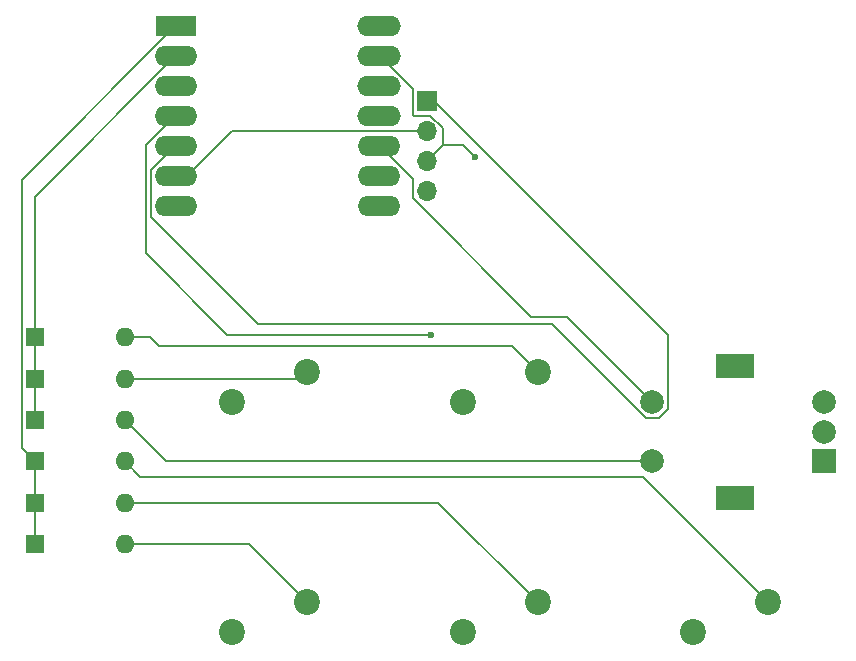
<source format=gbr>
%TF.GenerationSoftware,KiCad,Pcbnew,8.0.5*%
%TF.CreationDate,2024-10-20T15:53:25-05:00*%
%TF.ProjectId,hackpad,6861636b-7061-4642-9e6b-696361645f70,rev?*%
%TF.SameCoordinates,Original*%
%TF.FileFunction,Copper,L1,Top*%
%TF.FilePolarity,Positive*%
%FSLAX46Y46*%
G04 Gerber Fmt 4.6, Leading zero omitted, Abs format (unit mm)*
G04 Created by KiCad (PCBNEW 8.0.5) date 2024-10-20 15:53:25*
%MOMM*%
%LPD*%
G01*
G04 APERTURE LIST*
%TA.AperFunction,ComponentPad*%
%ADD10R,1.600000X1.600000*%
%TD*%
%TA.AperFunction,ComponentPad*%
%ADD11O,1.600000X1.600000*%
%TD*%
%TA.AperFunction,ComponentPad*%
%ADD12R,3.500000X1.700000*%
%TD*%
%TA.AperFunction,ComponentPad*%
%ADD13O,3.600000X1.700000*%
%TD*%
%TA.AperFunction,ComponentPad*%
%ADD14O,3.700000X1.700000*%
%TD*%
%TA.AperFunction,ComponentPad*%
%ADD15R,1.700000X1.700000*%
%TD*%
%TA.AperFunction,ComponentPad*%
%ADD16O,1.700000X1.700000*%
%TD*%
%TA.AperFunction,ComponentPad*%
%ADD17R,2.000000X2.000000*%
%TD*%
%TA.AperFunction,ComponentPad*%
%ADD18C,2.000000*%
%TD*%
%TA.AperFunction,ComponentPad*%
%ADD19R,3.200000X2.000000*%
%TD*%
%TA.AperFunction,ComponentPad*%
%ADD20C,2.200000*%
%TD*%
%TA.AperFunction,ViaPad*%
%ADD21C,0.600000*%
%TD*%
%TA.AperFunction,Conductor*%
%ADD22C,0.200000*%
%TD*%
G04 APERTURE END LIST*
D10*
%TO.P,D2,1,K*%
%TO.N,ROW0*%
X77440000Y-47000000D03*
D11*
%TO.P,D2,2,A*%
%TO.N,Net-(D2-A)*%
X85060000Y-47000000D03*
%TD*%
D12*
%TO.P,U1,1,PA02_A0_D0*%
%TO.N,ROW1*%
X89375000Y-20630000D03*
D13*
%TO.P,U1,2,PA4_A1_D1*%
%TO.N,ROW0*%
X89375000Y-23170000D03*
%TO.P,U1,3,PA10_A2_D2*%
%TO.N,COL0*%
X89375000Y-25710000D03*
%TO.P,U1,4,PA11_A3_D3*%
%TO.N,COL1*%
X89375000Y-28250000D03*
%TO.P,U1,5,PA8_A4_D4_SDA*%
%TO.N,SDA*%
X89375000Y-30790000D03*
%TO.P,U1,6,PA9_A5_D5_SCL*%
%TO.N,SCL*%
X89375000Y-33330000D03*
%TO.P,U1,7,PB08_A6_D6_TX*%
%TO.N,unconnected-(U1-PB08_A6_D6_TX-Pad7)*%
X89375000Y-35870000D03*
%TO.P,U1,8,PB09_A7_D7_RX*%
%TO.N,EC11B*%
X106625000Y-35870000D03*
%TO.P,U1,9,PA7_A8_D8_SCK*%
%TO.N,EC11A*%
X106625000Y-33330000D03*
%TO.P,U1,10,PA5_A9_D9_MISO*%
%TO.N,COL2*%
X106625000Y-30790000D03*
D14*
%TO.P,U1,11,PA6_A10_D10_MOSI*%
%TO.N,unconnected-(U1-PA6_A10_D10_MOSI-Pad11)*%
X106625000Y-28250000D03*
%TO.P,U1,12,3V3*%
%TO.N,unconnected-(U1-3V3-Pad12)*%
X106625000Y-25710000D03*
%TO.P,U1,13,GND*%
%TO.N,GND*%
X106625000Y-23170000D03*
%TO.P,U1,14,5V*%
%TO.N,VCC*%
X106625000Y-20630000D03*
%TD*%
D15*
%TO.P,J1,1,Pin_1*%
%TO.N,SDA*%
X110625000Y-27000000D03*
D16*
%TO.P,J1,2,Pin_2*%
%TO.N,SCL*%
X110625000Y-29540000D03*
%TO.P,J1,3,Pin_3*%
%TO.N,GND*%
X110625000Y-32080000D03*
%TO.P,J1,4,Pin_4*%
%TO.N,VCC*%
X110625000Y-34620000D03*
%TD*%
D10*
%TO.P,D5,1,K*%
%TO.N,ROW1*%
X77440000Y-57500000D03*
D11*
%TO.P,D5,2,A*%
%TO.N,Net-(D5-A)*%
X85060000Y-57500000D03*
%TD*%
D10*
%TO.P,D1,1,K*%
%TO.N,ROW0*%
X77440000Y-50500000D03*
D11*
%TO.P,D1,2,A*%
%TO.N,Net-(D1-A)*%
X85060000Y-50500000D03*
%TD*%
D17*
%TO.P,SW1,A,A*%
%TO.N,EC11A*%
X144250000Y-57500000D03*
D18*
%TO.P,SW1,B,B*%
%TO.N,EC11B*%
X144250000Y-52500000D03*
%TO.P,SW1,C,C*%
%TO.N,GND*%
X144250000Y-55000000D03*
D19*
%TO.P,SW1,MP*%
%TO.N,N/C*%
X136750000Y-60600000D03*
X136750000Y-49400000D03*
D18*
%TO.P,SW1,S1,S1*%
%TO.N,COL2*%
X129750000Y-52500000D03*
%TO.P,SW1,S2,S2*%
%TO.N,EC11SWITCHB*%
X129750000Y-57500000D03*
%TD*%
D10*
%TO.P,D3,1,K*%
%TO.N,ROW1*%
X77440000Y-64500000D03*
D11*
%TO.P,D3,2,A*%
%TO.N,Net-(D3-A)*%
X85060000Y-64500000D03*
%TD*%
D20*
%TO.P,SW2,1,1*%
%TO.N,Net-(D1-A)*%
X100540000Y-49920000D03*
%TO.P,SW2,2,2*%
%TO.N,COL0*%
X94190000Y-52460000D03*
%TD*%
D10*
%TO.P,D4,1,K*%
%TO.N,ROW1*%
X77440000Y-61000000D03*
D11*
%TO.P,D4,2,A*%
%TO.N,Net-(D4-A)*%
X85060000Y-61000000D03*
%TD*%
D20*
%TO.P,SW5,1,1*%
%TO.N,Net-(D4-A)*%
X120040000Y-69420000D03*
%TO.P,SW5,2,2*%
%TO.N,COL1*%
X113690000Y-71960000D03*
%TD*%
D10*
%TO.P,D6,1,K*%
%TO.N,ROW0*%
X77440000Y-54000000D03*
D11*
%TO.P,D6,2,A*%
%TO.N,EC11SWITCHB*%
X85060000Y-54000000D03*
%TD*%
D20*
%TO.P,SW4,1,1*%
%TO.N,Net-(D3-A)*%
X100540000Y-69420000D03*
%TO.P,SW4,2,2*%
%TO.N,COL0*%
X94190000Y-71960000D03*
%TD*%
%TO.P,SW3,1,1*%
%TO.N,Net-(D2-A)*%
X120040000Y-49920000D03*
%TO.P,SW3,2,2*%
%TO.N,COL1*%
X113690000Y-52460000D03*
%TD*%
%TO.P,SW6,1,1*%
%TO.N,Net-(D5-A)*%
X139540000Y-69420000D03*
%TO.P,SW6,2,2*%
%TO.N,COL2*%
X133190000Y-71960000D03*
%TD*%
D21*
%TO.N,GND*%
X114750000Y-31750000D03*
%TO.N,COL1*%
X111000000Y-46750000D03*
%TD*%
D22*
%TO.N,Net-(D1-A)*%
X99960000Y-50500000D02*
X85060000Y-50500000D01*
X100540000Y-49920000D02*
X99960000Y-50500000D01*
%TO.N,ROW0*%
X77440000Y-35068654D02*
X77440000Y-47000000D01*
X77440000Y-47000000D02*
X77440000Y-54000000D01*
X89338654Y-23170000D02*
X77440000Y-35068654D01*
X90375000Y-23170000D02*
X89338654Y-23170000D01*
%TO.N,Net-(D2-A)*%
X117870000Y-47750000D02*
X120040000Y-49920000D01*
X87250000Y-47000000D02*
X88000000Y-47750000D01*
X88000000Y-47750000D02*
X117870000Y-47750000D01*
X85060000Y-47000000D02*
X87250000Y-47000000D01*
%TO.N,ROW1*%
X89338654Y-20630000D02*
X76340000Y-33628654D01*
X76340000Y-33628654D02*
X76340000Y-56400000D01*
X90375000Y-20630000D02*
X89338654Y-20630000D01*
X77440000Y-57500000D02*
X77440000Y-64500000D01*
X76340000Y-56400000D02*
X77440000Y-57500000D01*
%TO.N,Net-(D3-A)*%
X95620000Y-64500000D02*
X100540000Y-69420000D01*
X85060000Y-64500000D02*
X95620000Y-64500000D01*
%TO.N,Net-(D4-A)*%
X85060000Y-61000000D02*
X111620000Y-61000000D01*
X111620000Y-61000000D02*
X120040000Y-69420000D01*
%TO.N,Net-(D5-A)*%
X86360000Y-58800000D02*
X128920000Y-58800000D01*
X128920000Y-58800000D02*
X139540000Y-69420000D01*
X85060000Y-57500000D02*
X86360000Y-58800000D01*
%TO.N,EC11SWITCHB*%
X88560000Y-57500000D02*
X129750000Y-57500000D01*
X85060000Y-54000000D02*
X88560000Y-57500000D01*
%TO.N,GND*%
X112000000Y-30705000D02*
X113705000Y-30705000D01*
X112000000Y-29288654D02*
X110961346Y-28250000D01*
X109475000Y-28150000D02*
X109475000Y-25933654D01*
X113705000Y-30705000D02*
X114750000Y-31750000D01*
X109575000Y-28250000D02*
X109475000Y-28150000D01*
X109475000Y-25933654D02*
X106711346Y-23170000D01*
X112000000Y-30705000D02*
X112000000Y-29288654D01*
X112000000Y-30705000D02*
X110625000Y-32080000D01*
X106711346Y-23170000D02*
X105625000Y-23170000D01*
X110961346Y-28250000D02*
X109575000Y-28250000D01*
%TO.N,VCC*%
X105625000Y-20375000D02*
X105625000Y-20630000D01*
%TO.N,SDA*%
X90335000Y-30750000D02*
X90375000Y-30790000D01*
X87275000Y-32853654D02*
X87275000Y-36775000D01*
X131050000Y-46800000D02*
X111250000Y-27000000D01*
X129211522Y-53800000D02*
X130288478Y-53800000D01*
X89338654Y-30790000D02*
X87275000Y-32853654D01*
X96350000Y-45850000D02*
X121261522Y-45850000D01*
X130288478Y-53800000D02*
X131050000Y-53038478D01*
X121261522Y-45850000D02*
X129211522Y-53800000D01*
X131050000Y-53038478D02*
X131050000Y-46800000D01*
X90375000Y-30790000D02*
X89338654Y-30790000D01*
X111250000Y-27000000D02*
X110625000Y-27000000D01*
X87275000Y-36775000D02*
X96350000Y-45850000D01*
%TO.N,SCL*%
X90375000Y-33330000D02*
X94165000Y-29540000D01*
X94165000Y-29540000D02*
X110625000Y-29540000D01*
%TO.N,COL2*%
X106661346Y-30790000D02*
X109475000Y-33603654D01*
X119500000Y-45250000D02*
X122500000Y-45250000D01*
X109475000Y-33603654D02*
X109475000Y-35225000D01*
X122500000Y-45250000D02*
X129750000Y-52500000D01*
X109475000Y-35225000D02*
X119500000Y-45250000D01*
X105625000Y-30790000D02*
X106661346Y-30790000D01*
%TO.N,COL1*%
X86875000Y-39875000D02*
X93750000Y-46750000D01*
X93750000Y-46750000D02*
X111000000Y-46750000D01*
X86875000Y-30713654D02*
X86875000Y-39875000D01*
X90375000Y-28250000D02*
X89338654Y-28250000D01*
X89338654Y-28250000D02*
X86875000Y-30713654D01*
%TD*%
M02*

</source>
